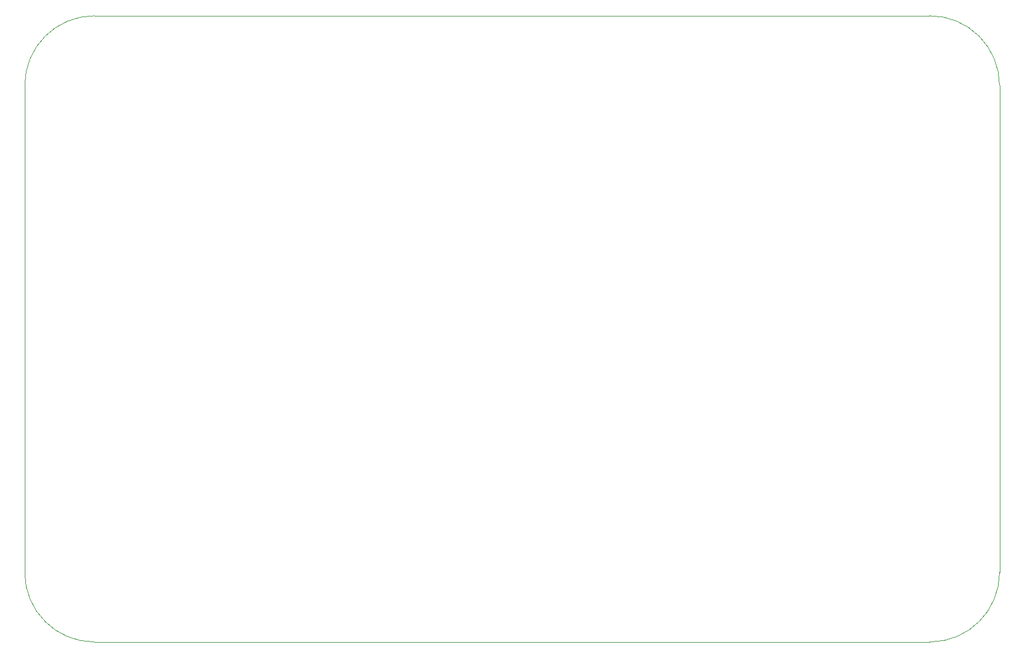
<source format=gbr>
%TF.GenerationSoftware,KiCad,Pcbnew,7.0.1*%
%TF.CreationDate,2024-02-13T15:17:09-03:00*%
%TF.ProjectId,Everything_Controller_V2.0,45766572-7974-4686-996e-675f436f6e74,R0*%
%TF.SameCoordinates,Original*%
%TF.FileFunction,Profile,NP*%
%FSLAX46Y46*%
G04 Gerber Fmt 4.6, Leading zero omitted, Abs format (unit mm)*
G04 Created by KiCad (PCBNEW 7.0.1) date 2024-02-13 15:17:09*
%MOMM*%
%LPD*%
G01*
G04 APERTURE LIST*
%TA.AperFunction,Profile*%
%ADD10C,0.100000*%
%TD*%
G04 APERTURE END LIST*
D10*
X220000000Y-130000000D02*
X220000000Y-60000000D01*
X80000000Y-60000000D02*
X80000000Y-130000000D01*
X210000000Y-140000000D02*
G75*
G03*
X220000000Y-130000000I0J10000000D01*
G01*
X90000000Y-50000000D02*
G75*
G03*
X80000000Y-60000000I0J-10000000D01*
G01*
X80000000Y-130000000D02*
G75*
G03*
X90000000Y-140000000I10000000J0D01*
G01*
X210000000Y-50000000D02*
X90000000Y-50000000D01*
X90000000Y-140000000D02*
X210000000Y-140000000D01*
X220000000Y-60000000D02*
G75*
G03*
X210000000Y-50000000I-10000000J0D01*
G01*
M02*

</source>
